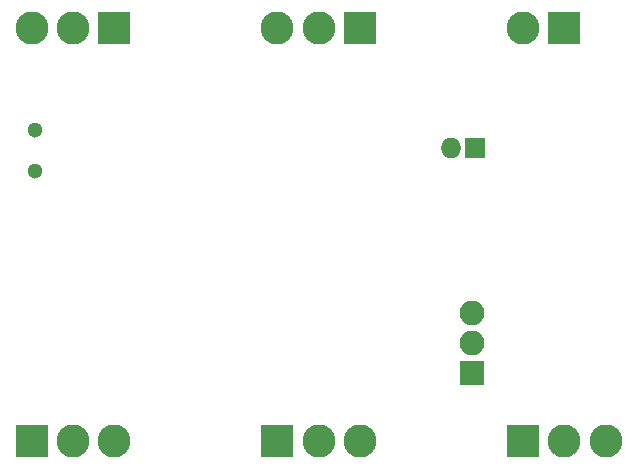
<source format=gbr>
G04 #@! TF.FileFunction,Soldermask,Bot*
%FSLAX46Y46*%
G04 Gerber Fmt 4.6, Leading zero omitted, Abs format (unit mm)*
G04 Created by KiCad (PCBNEW 4.0.6) date 2017 July 16, Sunday 00:23:12*
%MOMM*%
%LPD*%
G01*
G04 APERTURE LIST*
%ADD10C,0.100000*%
%ADD11R,1.750000X1.750000*%
%ADD12O,1.750000X1.750000*%
%ADD13R,2.100000X2.100000*%
%ADD14O,2.100000X2.100000*%
%ADD15C,2.800000*%
%ADD16R,2.800000X2.800000*%
%ADD17C,1.300000*%
G04 APERTURE END LIST*
D10*
D11*
X245400000Y-122400000D03*
D12*
X243400000Y-122400000D03*
D13*
X245200000Y-141400000D03*
D14*
X245200000Y-138860000D03*
X245200000Y-136320000D03*
D15*
X249500000Y-112200000D03*
D16*
X253000000Y-112200000D03*
D15*
X232200000Y-112200000D03*
X228700000Y-112200000D03*
D16*
X235700000Y-112200000D03*
D15*
X211400000Y-112200000D03*
X207900000Y-112200000D03*
D16*
X214900000Y-112200000D03*
D15*
X232200000Y-147200000D03*
X235700000Y-147200000D03*
D16*
X228700000Y-147200000D03*
D15*
X211400000Y-147200000D03*
X214900000Y-147200000D03*
D16*
X207900000Y-147200000D03*
D15*
X253000000Y-147200000D03*
X256500000Y-147200000D03*
D16*
X249500000Y-147200000D03*
D17*
X208200000Y-120850000D03*
X208200000Y-124350000D03*
M02*

</source>
